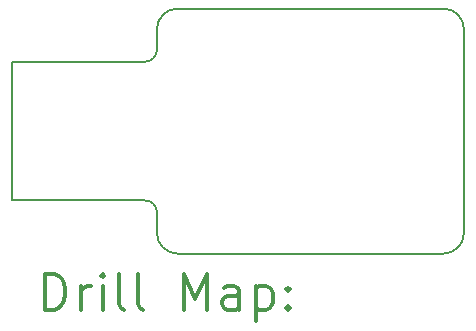
<source format=gbr>
%FSLAX45Y45*%
G04 Gerber Fmt 4.5, Leading zero omitted, Abs format (unit mm)*
G04 Created by KiCad (PCBNEW 5.0.2-bee76a0~70~ubuntu18.04.1) date Thu 14 Nov 2019 06:25:59 PM EST*
%MOMM*%
%LPD*%
G01*
G04 APERTURE LIST*
%ADD10C,0.150000*%
%ADD11C,0.200000*%
%ADD12C,0.300000*%
G04 APERTURE END LIST*
D10*
X1125000Y450000D02*
G75*
G02X1225000Y350000I0J-100000D01*
G01*
X1225000Y175000D02*
X1225000Y350000D01*
X1400000Y0D02*
G75*
G02X1225000Y175000I0J175000D01*
G01*
X3650000Y0D02*
X1400000Y0D01*
X3825000Y175000D02*
G75*
G02X3650000Y0I-175000J0D01*
G01*
X3825000Y1900000D02*
X3825000Y175000D01*
X3650000Y2075000D02*
G75*
G02X3825000Y1900000I0J-175000D01*
G01*
X1400000Y2075000D02*
X3650000Y2075000D01*
X1225000Y1900000D02*
G75*
G02X1400000Y2075000I175000J0D01*
G01*
X1225000Y1725000D02*
X1225000Y1900000D01*
X1225000Y1725000D02*
G75*
G02X1125000Y1625000I-100000J0D01*
G01*
X0Y1625000D02*
X1125000Y1625000D01*
X0Y450000D02*
X0Y1625000D01*
X1125000Y450000D02*
X0Y450000D01*
D11*
D12*
X278928Y-473214D02*
X278928Y-173214D01*
X350357Y-173214D01*
X393214Y-187500D01*
X421786Y-216071D01*
X436071Y-244643D01*
X450357Y-301786D01*
X450357Y-344643D01*
X436071Y-401786D01*
X421786Y-430357D01*
X393214Y-458929D01*
X350357Y-473214D01*
X278928Y-473214D01*
X578928Y-473214D02*
X578928Y-273214D01*
X578928Y-330357D02*
X593214Y-301786D01*
X607500Y-287500D01*
X636071Y-273214D01*
X664643Y-273214D01*
X764643Y-473214D02*
X764643Y-273214D01*
X764643Y-173214D02*
X750357Y-187500D01*
X764643Y-201786D01*
X778928Y-187500D01*
X764643Y-173214D01*
X764643Y-201786D01*
X950357Y-473214D02*
X921786Y-458929D01*
X907500Y-430357D01*
X907500Y-173214D01*
X1107500Y-473214D02*
X1078928Y-458929D01*
X1064643Y-430357D01*
X1064643Y-173214D01*
X1450357Y-473214D02*
X1450357Y-173214D01*
X1550357Y-387500D01*
X1650357Y-173214D01*
X1650357Y-473214D01*
X1921786Y-473214D02*
X1921786Y-316072D01*
X1907500Y-287500D01*
X1878928Y-273214D01*
X1821786Y-273214D01*
X1793214Y-287500D01*
X1921786Y-458929D02*
X1893214Y-473214D01*
X1821786Y-473214D01*
X1793214Y-458929D01*
X1778928Y-430357D01*
X1778928Y-401786D01*
X1793214Y-373214D01*
X1821786Y-358929D01*
X1893214Y-358929D01*
X1921786Y-344643D01*
X2064643Y-273214D02*
X2064643Y-573214D01*
X2064643Y-287500D02*
X2093214Y-273214D01*
X2150357Y-273214D01*
X2178928Y-287500D01*
X2193214Y-301786D01*
X2207500Y-330357D01*
X2207500Y-416071D01*
X2193214Y-444643D01*
X2178928Y-458929D01*
X2150357Y-473214D01*
X2093214Y-473214D01*
X2064643Y-458929D01*
X2336071Y-444643D02*
X2350357Y-458929D01*
X2336071Y-473214D01*
X2321786Y-458929D01*
X2336071Y-444643D01*
X2336071Y-473214D01*
X2336071Y-287500D02*
X2350357Y-301786D01*
X2336071Y-316072D01*
X2321786Y-301786D01*
X2336071Y-287500D01*
X2336071Y-316072D01*
M02*

</source>
